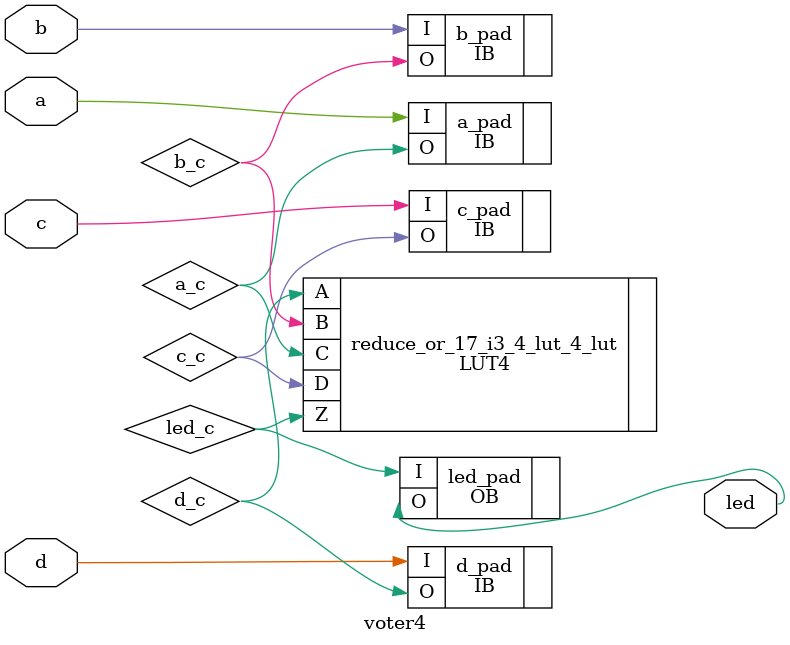
<source format=v>

module voter4 (a, b, c, d, led) /* synthesis syn_module_defined=1 */ ;   // e:/fpgaproject/stepmxo2/swust/5.voter4/voter4.v(14[8:14])
    input a;   // e:/fpgaproject/stepmxo2/swust/5.voter4/voter4.v(16[12:13])
    input b;   // e:/fpgaproject/stepmxo2/swust/5.voter4/voter4.v(17[12:13])
    input c;   // e:/fpgaproject/stepmxo2/swust/5.voter4/voter4.v(18[12:13])
    input d;   // e:/fpgaproject/stepmxo2/swust/5.voter4/voter4.v(19[12:13])
    output led;   // e:/fpgaproject/stepmxo2/swust/5.voter4/voter4.v(20[13:16])
    
    
    wire a_c, b_c, c_c, d_c, led_c, VCC_net, GND_net;
    
    OB led_pad (.I(led_c), .O(led));   // e:/fpgaproject/stepmxo2/swust/5.voter4/voter4.v(20[13:16])
    IB a_pad (.I(a), .O(a_c));   // e:/fpgaproject/stepmxo2/swust/5.voter4/voter4.v(16[12:13])
    VHI i32 (.Z(VCC_net));
    GSR GSR_INST (.GSR(VCC_net));
    IB b_pad (.I(b), .O(b_c));   // e:/fpgaproject/stepmxo2/swust/5.voter4/voter4.v(17[12:13])
    VLO i42 (.Z(GND_net));
    IB c_pad (.I(c), .O(c_c));   // e:/fpgaproject/stepmxo2/swust/5.voter4/voter4.v(18[12:13])
    IB d_pad (.I(d), .O(d_c));   // e:/fpgaproject/stepmxo2/swust/5.voter4/voter4.v(19[12:13])
    LUT4 reduce_or_17_i3_4_lut_4_lut (.A(d_c), .B(b_c), .C(a_c), .D(c_c), 
         .Z(led_c)) /* synthesis lut_function=(A (B (C+(D))+!B (C))+!A (B (C)+!B (C (D)))) */ ;
    defparam reduce_or_17_i3_4_lut_4_lut.init = 16'hf8e0;
    PUR PUR_INST (.PUR(VCC_net));
    defparam PUR_INST.RST_PULSE = 1;
    TSALL TSALL_INST (.TSALL(GND_net));
    
endmodule
//
// Verilog Description of module PUR
// module not written out since it is a black-box. 
//

//
// Verilog Description of module TSALL
// module not written out since it is a black-box. 
//


</source>
